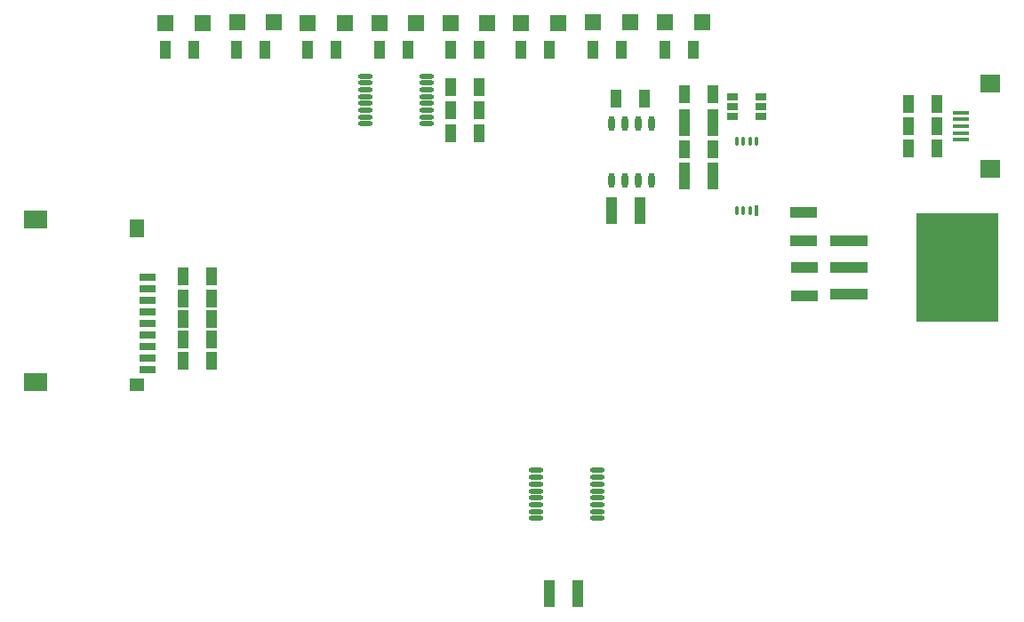
<source format=gbp>
G04*
G04 #@! TF.GenerationSoftware,Altium Limited,Altium Designer,18.1.7 (191)*
G04*
G04 Layer_Color=128*
%FSLAX25Y25*%
%MOIN*%
G70*
G01*
G75*
%ADD25R,0.04331X0.10236*%
%ADD26O,0.05512X0.01772*%
%ADD28R,0.04331X0.06693*%
%ADD30R,0.10236X0.04331*%
%ADD34O,0.02362X0.05709*%
%ADD69R,0.05906X0.05906*%
%ADD76R,0.06299X0.02756*%
%ADD77R,0.08661X0.06693*%
%ADD78R,0.05512X0.07087*%
%ADD79R,0.05512X0.04724*%
%ADD80O,0.01200X0.03900*%
%ADD81R,0.01200X0.03900*%
%ADD82R,0.03937X0.02559*%
%ADD83R,0.14370X0.03937*%
%ADD84R,0.31102X0.40945*%
%ADD85R,0.06102X0.01575*%
%ADD86R,0.07480X0.07087*%
D25*
X229000Y67700D02*
D03*
X218370D02*
D03*
X241909Y211281D02*
D03*
X252539D02*
D03*
X269309Y244481D02*
D03*
X279939D02*
D03*
Y224281D02*
D03*
X269309D02*
D03*
D26*
X213386Y95943D02*
D03*
Y98502D02*
D03*
Y101062D02*
D03*
Y103621D02*
D03*
Y106180D02*
D03*
Y108739D02*
D03*
Y111298D02*
D03*
Y113857D02*
D03*
X236614Y95943D02*
D03*
Y98502D02*
D03*
Y101062D02*
D03*
Y103621D02*
D03*
Y106180D02*
D03*
Y108739D02*
D03*
Y111298D02*
D03*
Y113857D02*
D03*
X149410Y243924D02*
D03*
Y246483D02*
D03*
Y249042D02*
D03*
Y251601D02*
D03*
Y254160D02*
D03*
Y256719D02*
D03*
Y259278D02*
D03*
Y261838D02*
D03*
X172638Y243924D02*
D03*
Y246483D02*
D03*
Y249042D02*
D03*
Y251601D02*
D03*
Y254160D02*
D03*
Y256719D02*
D03*
Y259278D02*
D03*
Y261838D02*
D03*
D28*
X91739Y154881D02*
D03*
X81109D02*
D03*
X91739Y186681D02*
D03*
X81109D02*
D03*
X91739Y162881D02*
D03*
X81109D02*
D03*
X91739Y170681D02*
D03*
X81109D02*
D03*
X91739Y178481D02*
D03*
X81109D02*
D03*
X85124Y271601D02*
D03*
X74494D02*
D03*
X111924D02*
D03*
X101294D02*
D03*
X138324D02*
D03*
X127694D02*
D03*
X165324D02*
D03*
X154694D02*
D03*
X192124D02*
D03*
X181494D02*
D03*
X218524D02*
D03*
X207894D02*
D03*
X245524D02*
D03*
X234894D02*
D03*
X272524D02*
D03*
X261894D02*
D03*
X192254Y240481D02*
D03*
X181624D02*
D03*
X192254Y249081D02*
D03*
X181624D02*
D03*
X192254Y257681D02*
D03*
X181624D02*
D03*
X269309Y254881D02*
D03*
X279939D02*
D03*
Y234281D02*
D03*
X269309D02*
D03*
X243509Y253481D02*
D03*
X254139D02*
D03*
X363701Y243040D02*
D03*
X353071D02*
D03*
X363701Y234840D02*
D03*
X353071D02*
D03*
X363701Y251199D02*
D03*
X353071D02*
D03*
D30*
X314136Y190046D02*
D03*
Y179416D02*
D03*
X313936Y200031D02*
D03*
Y210661D02*
D03*
D34*
X241924Y244009D02*
D03*
X246924D02*
D03*
X251924D02*
D03*
X256924D02*
D03*
X241924Y222553D02*
D03*
X246924D02*
D03*
X251924D02*
D03*
X256924D02*
D03*
D69*
X261938Y282001D02*
D03*
X275718D02*
D03*
X234938D02*
D03*
X248718D02*
D03*
X207938Y281801D02*
D03*
X221718D02*
D03*
X181338D02*
D03*
X195118D02*
D03*
X154738D02*
D03*
X168518D02*
D03*
X127938D02*
D03*
X141718D02*
D03*
X101338Y282001D02*
D03*
X115118D02*
D03*
X74538Y281801D02*
D03*
X88318D02*
D03*
D76*
X67724Y186412D02*
D03*
Y182081D02*
D03*
Y177750D02*
D03*
Y173419D02*
D03*
Y169089D02*
D03*
Y164758D02*
D03*
Y160427D02*
D03*
Y151766D02*
D03*
Y156097D02*
D03*
D77*
X25960Y208065D02*
D03*
Y147042D02*
D03*
D78*
X63756Y204522D02*
D03*
D79*
Y146042D02*
D03*
D80*
X288724Y237381D02*
D03*
X291224D02*
D03*
X293724D02*
D03*
X296224D02*
D03*
X288724Y211381D02*
D03*
X291224D02*
D03*
X293724D02*
D03*
D81*
X296224D02*
D03*
D82*
X297739Y246641D02*
D03*
Y250381D02*
D03*
Y254121D02*
D03*
X287109D02*
D03*
Y250381D02*
D03*
Y246641D02*
D03*
D83*
X330679Y179881D02*
D03*
Y189881D02*
D03*
Y199881D02*
D03*
D84*
X371624Y189881D02*
D03*
D85*
X372924Y245599D02*
D03*
Y243040D02*
D03*
Y248158D02*
D03*
Y237922D02*
D03*
Y240481D02*
D03*
D86*
X383751Y227095D02*
D03*
Y258985D02*
D03*
M02*

</source>
